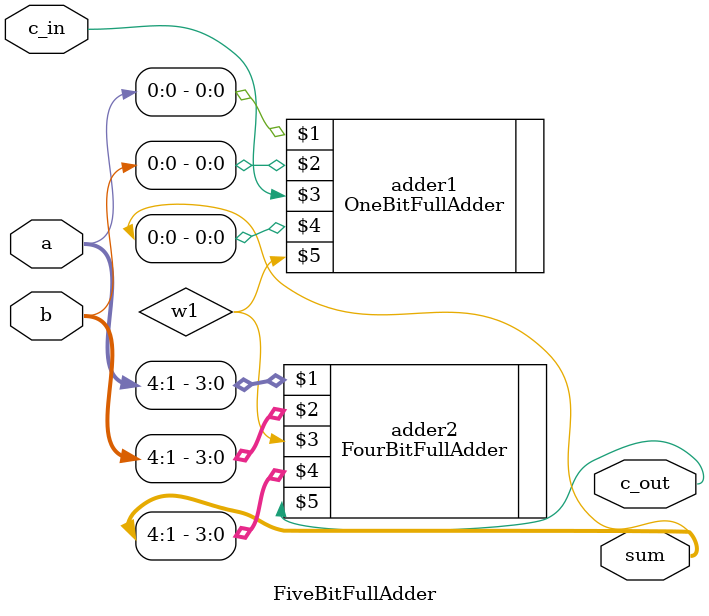
<source format=v>
module FiveBitFullAdder(
	input [4:0] a,
	input [4:0] b,
	input c_in,
	output [4:0] sum,
	output c_out
);

wire w1;

	OneBitFullAdder adder1 (
		a[0],
		b[0],
		c_in,
		sum[0],
		w1
		);
	
	FourBitFullAdder adder2 (
		a[4:1],
		b[4:1],
		w1,
		sum[4:1],
		c_out
		);

endmodule
</source>
